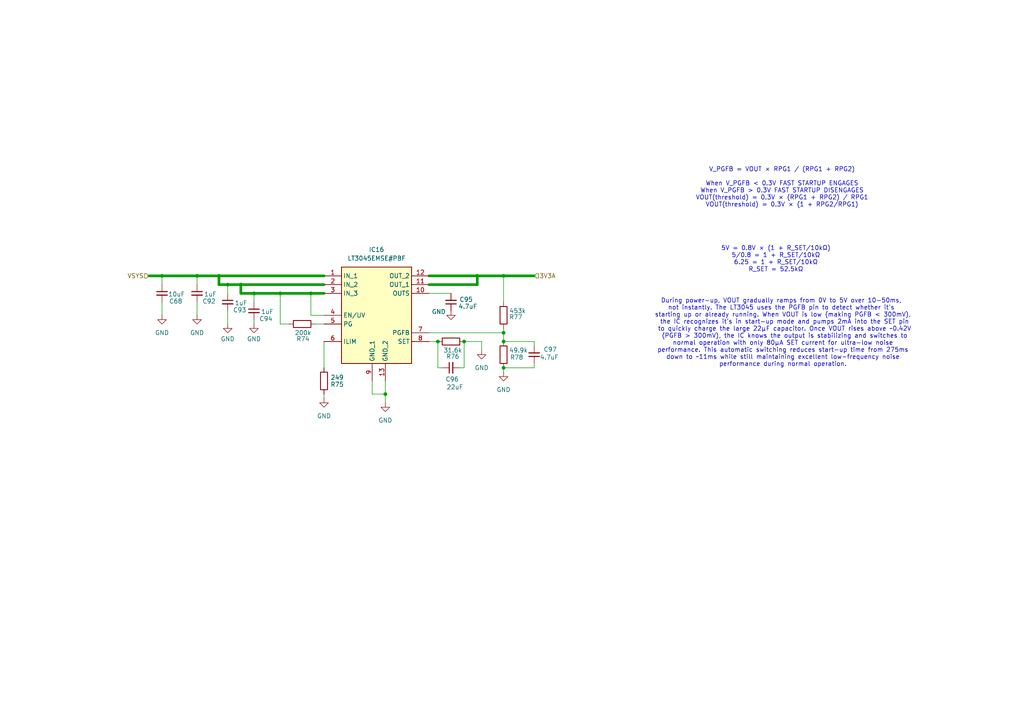
<source format=kicad_sch>
(kicad_sch (version 20250114) (generator "eeschema") (generator_version "9.0")
  (paper "A4")
  (lib_symbols
    (symbol "Device:C_Small" (pin_numbers (hide yes)) (pin_names (offset 0.254) (hide yes))
      (property "Reference" "C" (at 0.254 1.778 0))
      (property "Value" "C_Small" (at 0.254 -2.032 0))
      (symbol "C_Small_0_1"
        (polyline (pts (xy -1.524 0.508) (xy 1.524 0.508)) (stroke (width 0.3048)))
        (polyline (pts (xy -1.524 -0.508) (xy 1.524 -0.508)) (stroke (width 0.3302)))
      )
      (symbol "C_Small_1_1"
        (pin passive line (at 0 2.54 270) (length 2.032) (name "~") (number "1"))
        (pin passive line (at 0 -2.54 90) (length 2.032) (name "~") (number "2"))
      )
    )
    (symbol "Device:R" (pin_numbers (hide yes)) (pin_names (offset 0))
      (property "Reference" "R" (at 2.032 0 90))
      (property "Value" "R" (at 0 0 90))
      (symbol "R_0_1"
        (rectangle (start -1.016 -2.54) (end 1.016 2.54) (stroke (width 0.254)))
      )
      (symbol "R_1_1"
        (pin passive line (at 0 3.81 270) (length 1.27) (name "~") (number "1"))
        (pin passive line (at 0 -3.81 90) (length 1.27) (name "~") (number "2"))
      )
    )
    (symbol "LT3045EMSE#PBF_1"
      (property "Reference" "IC10" (at 15.24 7.62 0))
      (property "Value" "LT3045EMSE#PBF" (at 15.24 5.08 0))
      (symbol "LT3045EMSE#PBF_1_1_1"
        (rectangle (start 5.08 2.54) (end 25.4 -25.4) (stroke (width 0.254)) (fill (type background)))
        (pin passive line (at 0 0 0) (length 5.08) (name "IN_1") (number "1"))
        (pin passive line (at 0 -2.54 0) (length 5.08) (name "IN_2") (number "2"))
        (pin passive line (at 0 -5.08 0) (length 5.08) (name "IN_3") (number "3"))
        (pin passive line (at 0 -11.43 0) (length 5.08) (name "EN/UV") (number "4"))
        (pin passive line (at 0 -13.97 0) (length 5.08) (name "PG") (number "5"))
        (pin passive line (at 0 -19.05 0) (length 5.08) (name "ILIM") (number "6"))
        (pin passive line (at 13.97 -30.48 90) (length 5.08) (name "GND_1") (number "9"))
        (pin passive line (at 17.78 -30.48 90) (length 5.08) (name "GND_2") (number "13"))
        (pin passive line (at 30.48 0 180) (length 5.08) (name "OUT_2") (number "12"))
        (pin passive line (at 30.48 -2.54 180) (length 5.08) (name "OUT_1") (number "11"))
        (pin passive line (at 30.48 -5.08 180) (length 5.08) (name "OUTS") (number "10"))
        (pin passive line (at 30.48 -16.51 180) (length 5.08) (name "PGFB") (number "7"))
        (pin passive line (at 30.48 -19.05 180) (length 5.08) (name "SET") (number "8"))
      )
    )
    (symbol "power:GND" (power) (pin_numbers (hide yes)) (pin_names (offset 0) (hide yes))
      (property "Value" "GND" (at 0 -3.81 0))
      (symbol "GND_0_1"
        (polyline (pts (xy 0 0) (xy 0 -1.27) (xy 1.27 -1.27) (xy 0 -2.54) (xy -1.27 -1.27) (xy 0 -1.27)))
      )
      (symbol "GND_1_1"
        (pin power_in line (at 0 0 270) (length 0) (name "~") (number "1"))
      )
    )
  )
  (text "During power-up, VOUT gradually ramps from 0V to 5V over 10-50ms, \nnot instantly. The LT3045 uses the PGFB pin to detect whether it's \nstarting up or already running. When VOUT is low (making PGFB < 300mV),\n the IC recognizes it's in start-up mode and pumps 2mA into the SET pin\n to quickly charge the large 22µF capacitor. Once VOUT rises above ~0.42V\n (PGFB > 300mV), the IC knows the output is stabilizing and switches to\n normal operation with only 80µA SET current for ultra-low noise \nperformance. This automatic switching reduces start-up time from 275ms\n down to ~11ms while still maintaining excellent low-frequency noise \nperformance during normal operation." (at 227.076 96.52 0) (effects (font (size 1.27 1.27))))
  (text "V_PGFB = VOUT × RPG1 / (RPG1 + RPG2)\n\nWhen V_PGFB < 0.3V FAST STARTUP ENGAGES\nWhen V_PGFB > 0.3V FAST STARTUP DISENGAGES\nVOUT(threshold) = 0.3V × (RPG1 + RPG2) / RPG1\nVOUT(threshold) = 0.3V × (1 + RPG2/RPG1)" (at 226.822 54.356 0) (effects (font (size 1.27 1.27))))
  (text "5V = 0.8V × (1 + R_SET/10kΩ)\n5/0.8 = 1 + R_SET/10kΩ\n6.25 = 1 + R_SET/10kΩ\nR_SET = 52.5kΩ" (at 225.044 75.184 0) (effects (font (size 1.27 1.27))))
  (junction (at 111.76 114.3))
  (junction (at 69.85 82.55))
  (junction (at 146.05 106.68))
  (junction (at 66.04 82.55))
  (junction (at 134.62 99.06))
  (junction (at 146.05 96.52))
  (junction (at 46.99 80.01))
  (junction (at 73.66 85.09))
  (junction (at 146.05 80.01))
  (junction (at 57.15 80.01))
  (junction (at 90.17 85.09))
  (junction (at 63.5 80.01))
  (junction (at 127 99.06))
  (junction (at 138.43 80.01))
  (junction (at 146.05 99.06))
  (junction (at 81.28 85.09))
  (wire (pts (xy 134.62 99.06) (xy 139.7 99.06)))
  (wire (pts (xy 63.5 82.55) (xy 66.04 82.55)) (stroke (width 0.762)))
  (wire (pts (xy 124.46 85.09) (xy 130.81 85.09)))
  (wire (pts (xy 57.15 80.01) (xy 57.15 82.55)))
  (wire (pts (xy 154.94 105.41) (xy 154.94 106.68)))
  (wire (pts (xy 43.18 80.01) (xy 46.99 80.01)) (stroke (width 0.762)))
  (wire (pts (xy 91.44 93.98) (xy 93.98 93.98)))
  (wire (pts (xy 66.04 90.17) (xy 66.04 93.98)))
  (wire (pts (xy 146.05 106.68) (xy 146.05 107.95)))
  (wire (pts (xy 66.04 82.55) (xy 68.58 82.55)))
  (wire (pts (xy 127 99.06) (xy 127 106.68)))
  (wire (pts (xy 63.5 82.55) (xy 63.5 80.01)) (stroke (width 0.762)))
  (wire (pts (xy 124.46 82.55) (xy 138.43 82.55)) (stroke (width 0.762)))
  (wire (pts (xy 83.82 93.98) (xy 81.28 93.98)))
  (wire (pts (xy 81.28 85.09) (xy 90.17 85.09)) (stroke (width 0.762)))
  (wire (pts (xy 66.04 82.55) (xy 66.04 85.09)))
  (wire (pts (xy 46.99 80.01) (xy 46.99 82.55)))
  (wire (pts (xy 46.99 87.63) (xy 46.99 91.44)))
  (wire (pts (xy 124.46 96.52) (xy 146.05 96.52)))
  (wire (pts (xy 139.7 99.06) (xy 139.7 101.6)))
  (wire (pts (xy 93.98 115.57) (xy 93.98 114.3)))
  (wire (pts (xy 146.05 99.06) (xy 154.94 99.06)))
  (wire (pts (xy 46.99 80.01) (xy 57.15 80.01)) (stroke (width 0.762)))
  (wire (pts (xy 146.05 80.01) (xy 146.05 87.63)))
  (wire (pts (xy 69.85 82.55) (xy 93.98 82.55)) (stroke (width 0.762)))
  (wire (pts (xy 154.94 100.33) (xy 154.94 99.06)))
  (wire (pts (xy 124.46 99.06) (xy 127 99.06)))
  (wire (pts (xy 111.76 114.3) (xy 111.76 110.49)))
  (wire (pts (xy 124.46 80.01) (xy 138.43 80.01)) (stroke (width 0.762)))
  (wire (pts (xy 93.98 99.06) (xy 93.98 106.68)))
  (wire (pts (xy 146.05 95.25) (xy 146.05 96.52)))
  (wire (pts (xy 138.43 80.01) (xy 146.05 80.01)) (stroke (width 0.762)))
  (wire (pts (xy 146.05 80.01) (xy 154.94 80.01)) (stroke (width 0.762)))
  (wire (pts (xy 154.94 106.68) (xy 146.05 106.68)))
  (wire (pts (xy 90.17 91.44) (xy 90.17 85.09)))
  (wire (pts (xy 90.17 85.09) (xy 93.98 85.09)) (stroke (width 0.762)))
  (wire (pts (xy 69.85 85.09) (xy 73.66 85.09)) (stroke (width 0.762)))
  (wire (pts (xy 133.35 106.68) (xy 134.62 106.68)))
  (wire (pts (xy 73.66 85.09) (xy 81.28 85.09)) (stroke (width 0.762)))
  (wire (pts (xy 128.27 106.68) (xy 127 106.68)))
  (wire (pts (xy 73.66 92.71) (xy 73.66 93.98)))
  (wire (pts (xy 46.99 80.01) (xy 57.15 80.01)))
  (wire (pts (xy 69.85 85.09) (xy 69.85 82.55)) (stroke (width 0.762)))
  (wire (pts (xy 146.05 96.52) (xy 146.05 99.06)))
  (wire (pts (xy 111.76 114.3) (xy 111.76 116.84)))
  (wire (pts (xy 73.66 85.09) (xy 76.2 85.09)))
  (wire (pts (xy 138.43 80.01) (xy 138.43 82.55)) (stroke (width 0.762)))
  (wire (pts (xy 107.95 114.3) (xy 111.76 114.3)))
  (wire (pts (xy 81.28 93.98) (xy 81.28 85.09)))
  (wire (pts (xy 66.04 82.55) (xy 69.85 82.55)) (stroke (width 0.762)))
  (wire (pts (xy 134.62 99.06) (xy 134.62 106.68)))
  (wire (pts (xy 93.98 91.44) (xy 90.17 91.44)))
  (wire (pts (xy 73.66 85.09) (xy 73.66 87.63)))
  (wire (pts (xy 57.15 80.01) (xy 63.5 80.01)) (stroke (width 0.762)))
  (wire (pts (xy 107.95 110.49) (xy 107.95 114.3)))
  (wire (pts (xy 57.15 87.63) (xy 57.15 91.44)))
  (wire (pts (xy 63.5 80.01) (xy 93.98 80.01)) (stroke (width 0.762)))
  (hierarchical_label "3V3A" (shape input) (at 154.94 80.01 0))
  (hierarchical_label "VSYS" (shape input) (at 43.18 80.01 180))
  (symbol (lib_id "Device:C_Small") (at 130.81 87.63 180) (unit 1)
    (property "Reference" "C62" (at 137.16 86.868 0) (effects (justify left)))
    (property "Value" "4.7uF" (at 138.43 88.9 0) (effects (justify left)))
    (property "Description" "Unpolarized capacitor, small symbol" (effects (hide yes)))
    (instances (project "pcb" (path "" (reference "C95") (unit 1)) (path "" (reference "C62") (unit 1))))
  )
  (symbol (lib_id "Device:C_Small") (at 130.81 106.68 90) (unit 1)
    (property "Reference" "C63" (at 133.096 109.982 90) (effects (justify left)))
    (property "Value" "22uF" (at 134.366 112.268 90) (effects (justify left)))
    (property "Description" "Unpolarized capacitor, small symbol" (effects (hide yes)))
    (instances (project "pcb" (path "" (reference "C96") (unit 1)) (path "" (reference "C63") (unit 1))))
  )
  (symbol (lib_id "power:GND") (at 66.04 93.98 0) (unit 1)
    (property "Reference" "#PWR093" (effects (hide yes)))
    (property "Value" "GND" (at 66.04 98.298 0))
    (property "Description" "Power symbol creates a global label with name \"GND\" , ground" (effects (hide yes)))
    (instances (project "pcb" (path "" (reference "#PWR0130") (unit 1)) (path "" (reference "#PWR093") (unit 1))))
  )
  (symbol (lib_id "power:GND") (at 93.98 115.57 0) (unit 1)
    (property "Reference" "#PWR095" (effects (hide yes)))
    (property "Value" "GND" (at 93.98 120.65 0))
    (property "Description" "Power symbol creates a global label with name \"GND\" , ground" (effects (hide yes)))
    (instances (project "pcb" (path "" (reference "#PWR0151") (unit 1)) (path "" (reference "#PWR095") (unit 1))))
  )
  (symbol (lib_id "Device:C_Small") (at 73.66 90.17 0) (unit 1)
    (property "Reference" "C61" (at 75.184 92.456 0) (effects (justify left)))
    (property "Value" "1uF" (at 75.692 90.424 0) (effects (justify left)))
    (property "Description" "Unpolarized capacitor, small symbol" (effects (hide yes)))
    (instances (project "pcb" (path "" (reference "C94") (unit 1)) (path "" (reference "C61") (unit 1))))
  )
  (symbol (lib_id "Device:R") (at 130.81 99.06 270) (unit 1)
    (property "Reference" "R55" (at 131.318 103.378 90))
    (property "Value" "31.6k" (at 131.318 101.6 90))
    (property "Description" "Resistor" (effects (hide yes)))
    (instances (project "pcb" (path "" (reference "R76") (unit 1)) (path "" (reference "R55") (unit 1))))
  )
  (symbol (lib_id "power:GND") (at 111.76 116.84 0) (unit 1)
    (property "Reference" "#PWR097" (effects (hide yes)))
    (property "Value" "GND" (at 111.76 121.92 0))
    (property "Description" "Power symbol creates a global label with name \"GND\" , ground" (effects (hide yes)))
    (instances (project "pcb" (path "" (reference "#PWR0152") (unit 1)) (path "" (reference "#PWR097") (unit 1))))
  )
  (symbol (lib_id "power:GND") (at 73.66 93.98 0) (unit 1)
    (property "Reference" "#PWR094" (effects (hide yes)))
    (property "Value" "GND" (at 73.66 98.298 0))
    (property "Description" "Power symbol creates a global label with name \"GND\" , ground" (effects (hide yes)))
    (instances (project "pcb" (path "" (reference "#PWR0141") (unit 1)) (path "" (reference "#PWR094") (unit 1))))
  )
  (symbol (lib_id "Device:R") (at 146.05 102.87 0) (unit 1)
    (property "Reference" "R57" (at 149.86 103.632 0))
    (property "Value" "49.9k" (at 150.368 101.6 0))
    (property "Description" "Resistor" (effects (hide yes)))
    (instances (project "pcb" (path "" (reference "R78") (unit 1)) (path "" (reference "R57") (unit 1))))
  )
  (symbol (lib_id "Device:C_Small") (at 46.99 85.09 0) (unit 1)
    (property "Reference" "C55" (at 49.022 87.376 0) (effects (justify left)))
    (property "Value" "10uF" (at 48.768 85.344 0) (effects (justify left)))
    (property "Description" "Unpolarized capacitor, small symbol" (effects (hide yes)))
    (instances (project "pcb" (path "" (reference "C68") (unit 1)) (path "" (reference "C55") (unit 1))))
  )
  (symbol (lib_name "LT3045EMSE#PBF_1") (lib_id "LT3045EMSE#PBF:LT3045EMSE#PBF") (at 93.98 80.01 0) (unit 1)
    (property "Reference" "IC12" (at 109.22 72.39 0))
    (property "Value" "LT3045EMSE#PBF" (at 109.22 74.93 0))
    (property "Footprint" "SOP65P490X110-13N" (effects (hide yes)))
    (property "Datasheet" "http://cds.linear.com/docs/en/datasheet/3045f.pdf" (effects (hide yes)))
    (property "Description" "12-LEAD PLASTIC MSOP" (effects (hide yes)))
    (property "Height" "1.1" (effects (hide yes)))
    (property "Mouser Part Number" "584-LT3045EMSE#PBF" (effects (hide yes)))
    (property "Mouser Price/Stock" "https://www.mouser.co.uk/ProductDetail/Analog-Devices/LT3045EMSEPBF?qs=oahfZPh6IALaLGJLx0PWbw%3D%3D" (effects (hide yes)))
    (property "Manufacturer_Name" "Analog Devices" (effects (hide yes)))
    (property "Manufacturer_Part_Number" "LT3045EMSE#PBF" (effects (hide yes)))
    (instances (project "pcb" (path "" (reference "IC16") (unit 1)) (path "" (reference "IC12") (unit 1))))
  )
  (symbol (lib_id "power:GND") (at 139.7 101.6 0) (unit 1)
    (property "Reference" "#PWR0100" (effects (hide yes)))
    (property "Value" "GND" (at 139.7 106.68 0))
    (property "Description" "Power symbol creates a global label with name \"GND\" , ground" (effects (hide yes)))
    (instances (project "pcb" (path "" (reference "#PWR0154") (unit 1)) (path "" (reference "#PWR0100") (unit 1))))
  )
  (symbol (lib_id "power:GND") (at 146.05 107.95 0) (unit 1)
    (property "Reference" "#PWR0101" (effects (hide yes)))
    (property "Value" "GND" (at 146.05 113.03 0))
    (property "Description" "Power symbol creates a global label with name \"GND\" , ground" (effects (hide yes)))
    (instances (project "pcb" (path "" (reference "#PWR0155") (unit 1)) (path "" (reference "#PWR0101") (unit 1))))
  )
  (symbol (lib_id "power:GND") (at 130.81 90.17 0) (unit 1)
    (property "Reference" "#PWR099" (effects (hide yes)))
    (property "Value" "GND" (at 127.254 90.424 0))
    (property "Description" "Power symbol creates a global label with name \"GND\" , ground" (effects (hide yes)))
    (instances (project "pcb" (path "" (reference "#PWR0153") (unit 1)) (path "" (reference "#PWR099") (unit 1))))
  )
  (symbol (lib_id "Device:R") (at 87.63 93.98 270) (unit 1)
    (property "Reference" "R53" (at 87.884 98.298 90))
    (property "Value" "200k" (at 87.884 96.52 90))
    (property "Description" "Resistor" (effects (hide yes)))
    (instances (project "pcb" (path "" (reference "R74") (unit 1)) (path "" (reference "R53") (unit 1))))
  )
  (symbol (lib_id "Device:C_Small") (at 66.04 87.63 0) (unit 1)
    (property "Reference" "C60" (at 67.564 89.916 0) (effects (justify left)))
    (property "Value" "1uF" (at 68.072 87.884 0) (effects (justify left)))
    (property "Description" "Unpolarized capacitor, small symbol" (effects (hide yes)))
    (instances (project "pcb" (path "" (reference "C93") (unit 1)) (path "" (reference "C60") (unit 1))))
  )
  (symbol (lib_id "Device:R") (at 146.05 91.44 0) (unit 1)
    (property "Reference" "R56" (at 149.606 91.948 0))
    (property "Value" "453k" (at 150.114 90.17 0))
    (property "Description" "Resistor" (effects (hide yes)))
    (instances (project "pcb" (path "" (reference "R77") (unit 1)) (path "" (reference "R56") (unit 1))))
  )
  (symbol (lib_id "power:GND") (at 46.99 91.44 0) (unit 1)
    (property "Reference" "#PWR092" (effects (hide yes)))
    (property "Value" "GND" (at 46.99 96.52 0))
    (property "Description" "Power symbol creates a global label with name \"GND\" , ground" (effects (hide yes)))
    (instances (project "pcb" (path "" (reference "#PWR0129") (unit 1)) (path "" (reference "#PWR092") (unit 1))))
  )
  (symbol (lib_id "power:GND") (at 57.15 91.44 0) (unit 1)
    (property "Reference" "#PWR087" (effects (hide yes)))
    (property "Value" "GND" (at 57.15 96.52 0))
    (property "Description" "Power symbol creates a global label with name \"GND\" , ground" (effects (hide yes)))
    (instances (project "pcb" (path "" (reference "#PWR091") (unit 1)) (path "" (reference "#PWR087") (unit 1))))
  )
  (symbol (lib_id "Device:R") (at 93.98 110.49 0) (unit 1)
    (property "Reference" "R54" (at 97.79 111.506 0))
    (property "Value" "249" (at 97.79 109.474 0))
    (property "Description" "Resistor" (effects (hide yes)))
    (instances (project "pcb" (path "" (reference "R75") (unit 1)) (path "" (reference "R54") (unit 1))))
  )
  (symbol (lib_id "Device:C_Small") (at 57.15 85.09 0) (unit 1)
    (property "Reference" "C59" (at 58.674 87.376 0) (effects (justify left)))
    (property "Value" "1uF" (at 59.182 85.344 0) (effects (justify left)))
    (property "Description" "Unpolarized capacitor, small symbol" (effects (hide yes)))
    (instances (project "pcb" (path "" (reference "C92") (unit 1)) (path "" (reference "C59") (unit 1))))
  )
  (symbol (lib_id "Device:C_Small") (at 154.94 102.87 180) (unit 1)
    (property "Reference" "C64" (at 161.544 101.346 0) (effects (justify left)))
    (property "Value" "4.7uF" (at 162.052 103.632 0) (effects (justify left)))
    (property "Description" "Unpolarized capacitor, small symbol" (effects (hide yes)))
    (instances (project "pcb" (path "" (reference "C97") (unit 1)) (path "" (reference "C64") (unit 1))))
  )
)
</source>
